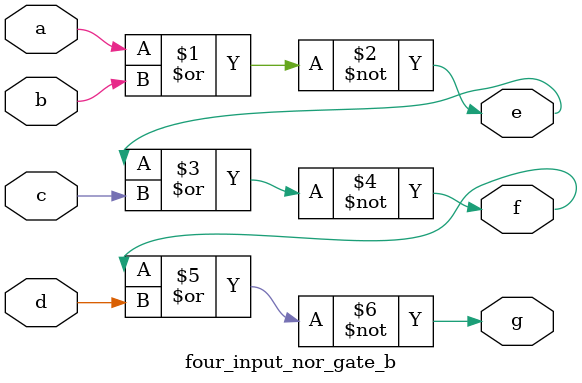
<source format=v>
`timescale 1ns / 1ps

module four_input_nor_gate_b(a, b, c, d, e, f, g);
    input a, b, c, d;
    output e, f, g;

    assign e = ~(a | b);
    assign f = ~(e | c);
    assign g = ~(f | d);

endmodule

</source>
